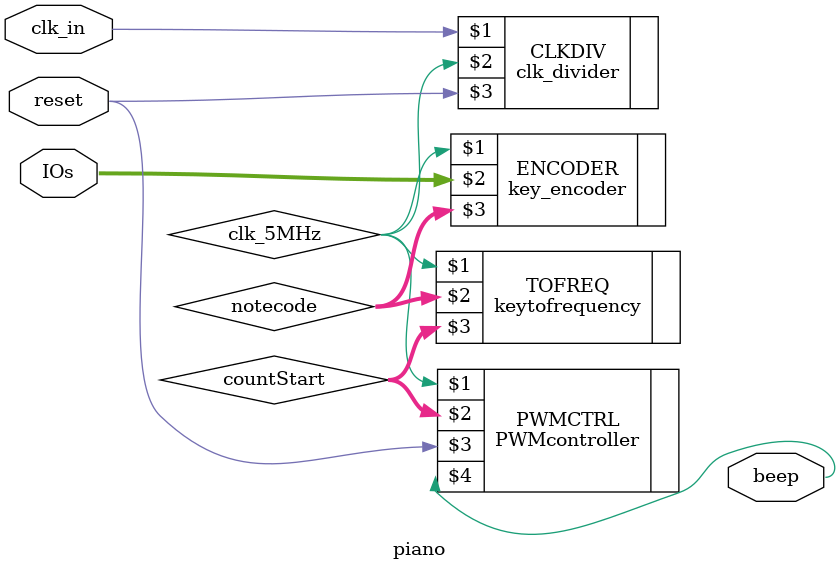
<source format=v>
`timescale 1ns / 1ps


module piano(
        clk_in,
        IOs,
        reset,
        beep
    );
    
input  clk_in;
input  reset;
input  wire [9:0] IOs;
output beep;

wire clk_5MHz;
wire [4:0] notecode;
wire[13:0] countStart;

clk_divider CLKDIV(clk_in, clk_5MHz, reset);
key_encoder ENCODER(clk_5MHz, IOs, notecode );
keytofrequency TOFREQ(clk_5MHz, notecode, countStart);
PWMcontroller PWMCTRL(clk_5MHz, countStart, reset, beep);

endmodule

</source>
